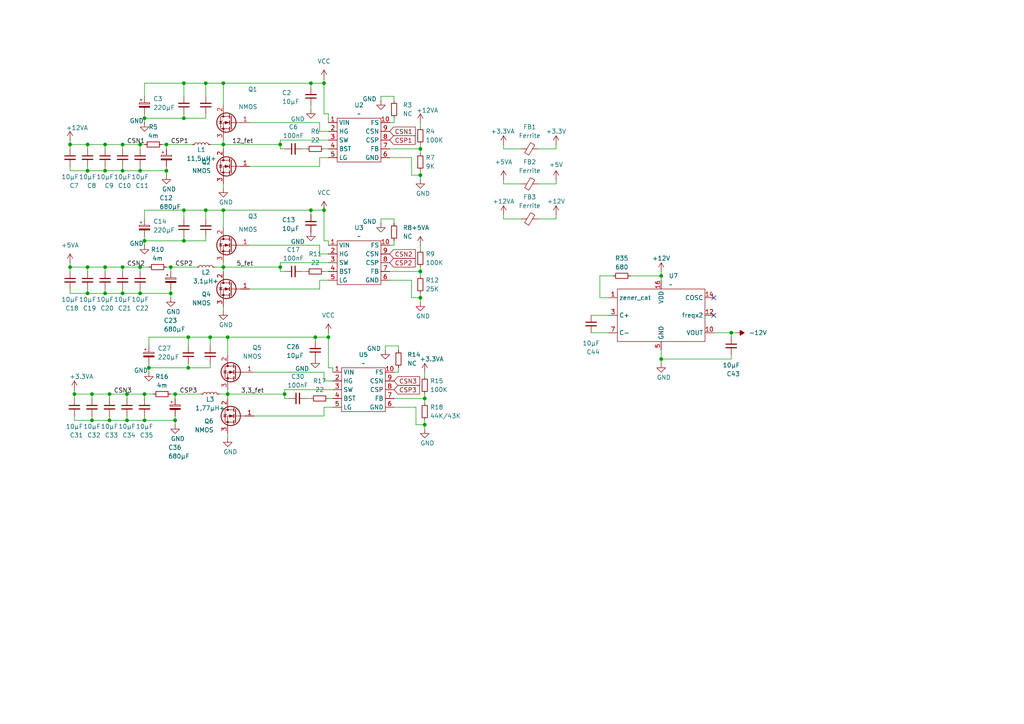
<source format=kicad_sch>
(kicad_sch (version 20231120) (generator "eeschema") (generator_version "8.0")
  (paper "A4")
  (lib_symbols
    (symbol "Device:C_Polarized_Small" (pin_numbers hide) (pin_names (offset 0.254) hide)
      (property "Reference" "C" (at 0.254 1.778 0))
      (property "Value" "C_Polarized_Small" (at 0.254 -2.032 0))
      (symbol "C_Polarized_Small_1_1"
        (pin passive line (at 0 2.54 270) (length 1.8542) (name "~") (number "1"))
        (pin passive line (at 0 -2.54 90) (length 1.8542) (name "~") (number "2"))
      )
    )
    (symbol "Device:C_Small" (pin_numbers hide) (pin_names (offset 0.254) hide)
      (property "Reference" "C" (at 0.254 1.778 0))
      (property "Value" "C_Small" (at 0.254 -2.032 0))
      (symbol "C_Small_1_1"
        (pin passive line (at 0 2.54 270) (length 2.032) (name "~") (number "1"))
        (pin passive line (at 0 -2.54 90) (length 2.032) (name "~") (number "2"))
      )
    )
    (symbol "Device:FerriteBead_Small" (pin_numbers hide) (pin_names (offset 0))
      (property "Reference" "FB" (at 1.905 1.27 0))
      (property "Value" "FerriteBead_Small" (at 1.905 -1.27 0))
      (symbol "FerriteBead_Small_1_1"
        (pin passive line (at 0 2.54 270) (length 1.27) (name "~") (number "1"))
        (pin passive line (at 0 -2.54 90) (length 1.27) (name "~") (number "2"))
      )
    )
    (symbol "Device:L_Small" (pin_numbers hide) (pin_names (offset 0.254) hide)
      (property "Reference" "L" (at 0.762 1.016 0))
      (property "Value" "L_Small" (at 0.762 -1.016 0))
      (symbol "L_Small_1_1"
        (pin passive line (at 0 2.54 270) (length 0.508) (name "~") (number "1"))
        (pin passive line (at 0 -2.54 90) (length 0.508) (name "~") (number "2"))
      )
    )
    (symbol "Device:Q_NMOS_GDS" (pin_names (offset 0) hide)
      (property "Reference" "Q" (at 5.08 1.27 0))
      (property "Value" "Q_NMOS_GDS" (at 5.08 -1.27 0))
      (symbol "Q_NMOS_GDS_1_1"
        (pin input line (at -5.08 0 0) (length 2.54) (name "G") (number "1"))
        (pin passive line (at 2.54 5.08 270) (length 2.54) (name "D") (number "2"))
        (pin passive line (at 2.54 -5.08 90) (length 2.54) (name "S") (number "3"))
      )
    )
    (symbol "Device:R_Small" (pin_numbers hide) (pin_names (offset 0.254) hide)
      (property "Reference" "R" (at 0.762 0.508 0))
      (property "Value" "R_Small" (at 0.762 -1.016 0))
      (symbol "R_Small_1_1"
        (pin passive line (at 0 2.54 270) (length 0.762) (name "~") (number "1"))
        (pin passive line (at 0 -2.54 90) (length 0.762) (name "~") (number "2"))
      )
    )
    (symbol "diy:NDP1415RB"
      (property "Reference" "U" (at 0 0 0))
      (symbol "NDP1415RB_1_1"
        (pin power_in line (at -8.89 5.08 0) (length 2.54) (name "VIN") (number "1"))
        (pin input line (at 8.89 5.08 180) (length 2.54) (name "FS") (number "10"))
        (pin output line (at -8.89 2.54 0) (length 2.54) (name "HG") (number "2"))
        (pin input line (at -8.89 0 0) (length 2.54) (name "SW") (number "3"))
        (pin input line (at -8.89 -2.54 0) (length 2.54) (name "BST") (number "4"))
        (pin output line (at -8.89 -5.08 0) (length 2.54) (name "LG") (number "5"))
        (pin power_in line (at 8.89 -5.08 180) (length 2.54) (name "GND") (number "6"))
        (pin input line (at 8.89 -2.54 180) (length 2.54) (name "FB") (number "7"))
        (pin input line (at 8.89 0 180) (length 2.54) (name "CSP") (number "8"))
        (pin input line (at 8.89 2.54 180) (length 2.54) (name "CSN") (number "9"))
      )
    )
    (symbol "diy:TC962COE713"
      (property "Reference" "U" (at 0 0 0))
      (symbol "TC962COE713_1_1"
        (pin input line (at -15.24 5.08 0) (length 2.54) (name "zener_cat") (number "1"))
        (pin input line (at 15.24 -5.08 180) (length 2.54) (name "VOUT") (number "10"))
        (pin input line (at 15.24 0 180) (length 2.54) (name "freqx2") (number "12"))
        (pin input line (at 15.24 5.08 180) (length 2.54) (name "COSC") (number "14"))
        (pin input line (at 0 10.16 270) (length 2.54) (name "VDD") (number "16"))
        (pin input line (at -15.24 0 0) (length 2.54) (name "C+") (number "3"))
        (pin input line (at 0 -10.16 90) (length 2.54) (name "GND") (number "5"))
        (pin input line (at -15.24 -5.08 0) (length 2.54) (name "C-") (number "7"))
      )
    )
    (symbol "power:+12V" (power) (pin_numbers hide) (pin_names (offset 0) hide)
      (property "Value" "+12V" (at 0 3.556 0))
      (symbol "+12V_1_1"
        (pin power_in line (at 0 0 90) (length 0) (name "~") (number "1"))
      )
    )
    (symbol "power:+12VA" (power) (pin_numbers hide) (pin_names (offset 0) hide)
      (property "Value" "+12VA" (at 0 3.556 0))
      (symbol "+12VA_1_1"
        (pin power_in line (at 0 0 90) (length 0) (name "~") (number "1"))
      )
    )
    (symbol "power:+3.3V" (power) (pin_numbers hide) (pin_names (offset 0) hide)
      (property "Value" "+3.3V" (at 0 3.556 0))
      (symbol "+3.3V_1_1"
        (pin power_in line (at 0 0 90) (length 0) (name "~") (number "1"))
      )
    )
    (symbol "power:+3.3VA" (power) (pin_numbers hide) (pin_names (offset 0) hide)
      (property "Value" "+3.3VA" (at 0 3.556 0))
      (symbol "+3.3VA_1_1"
        (pin power_in line (at 0 0 90) (length 0) (name "~") (number "1"))
      )
    )
    (symbol "power:+5V" (power) (pin_numbers hide) (pin_names (offset 0) hide)
      (property "Value" "+5V" (at 0 3.556 0))
      (symbol "+5V_1_1"
        (pin power_in line (at 0 0 90) (length 0) (name "~") (number "1"))
      )
    )
    (symbol "power:+5VA" (power) (pin_numbers hide) (pin_names (offset 0) hide)
      (property "Value" "+5VA" (at 0 3.556 0))
      (symbol "+5VA_1_1"
        (pin power_in line (at 0 0 90) (length 0) (name "~") (number "1"))
      )
    )
    (symbol "power:-12V" (power) (pin_numbers hide) (pin_names (offset 0) hide)
      (property "Value" "-12V" (at 0 3.556 0))
      (symbol "-12V_0_0"
        (pin power_in line (at 0 0 90) (length 0) (name "~") (number "1"))
      )
    )
    (symbol "power:GND" (power) (pin_numbers hide) (pin_names (offset 0) hide)
      (property "Value" "GND" (at 0 -3.81 0))
      (symbol "GND_1_1"
        (pin power_in line (at 0 0 270) (length 0) (name "~") (number "1"))
      )
    )
    (symbol "power:VCC" (power) (pin_numbers hide) (pin_names (offset 0) hide)
      (property "Value" "VCC" (at 0 3.556 0))
      (symbol "VCC_1_1"
        (pin power_in line (at 0 0 90) (length 0) (name "~") (number "1"))
      )
    )
  )
  (junction (at 20.32 77.47))
  (junction (at 54.61 97.79))
  (junction (at 64.77 24.13))
  (junction (at 36.83 121.92))
  (junction (at 53.34 34.29))
  (junction (at 53.34 60.96))
  (junction (at 95.25 97.79))
  (junction (at 26.67 121.92))
  (junction (at 64.77 60.96))
  (junction (at 121.92 43.18))
  (junction (at 25.4 49.53))
  (junction (at 35.56 77.47))
  (junction (at 59.69 60.96))
  (junction (at 25.4 85.09))
  (junction (at 31.75 114.3))
  (junction (at 191.77 80.01))
  (junction (at 82.55 114.3))
  (junction (at 93.98 24.13))
  (junction (at 49.53 77.47))
  (junction (at 48.26 41.91))
  (junction (at 43.18 106.68))
  (junction (at 31.75 121.92))
  (junction (at 121.92 78.74))
  (junction (at 90.17 60.96))
  (junction (at 30.48 41.91))
  (junction (at 40.64 41.91))
  (junction (at 41.91 114.3))
  (junction (at 40.64 77.47))
  (junction (at 26.67 114.3))
  (junction (at 50.8 121.92))
  (junction (at 123.19 115.57))
  (junction (at 123.19 123.19))
  (junction (at 81.28 41.91))
  (junction (at 53.34 24.13))
  (junction (at 36.83 114.3))
  (junction (at 25.4 41.91))
  (junction (at 59.69 24.13))
  (junction (at 25.4 77.47))
  (junction (at 93.98 60.96))
  (junction (at 64.77 77.47))
  (junction (at 21.59 114.3))
  (junction (at 212.09 96.52))
  (junction (at 66.04 97.79))
  (junction (at 40.64 85.09))
  (junction (at 66.04 114.3))
  (junction (at 49.53 85.09))
  (junction (at 121.92 50.8))
  (junction (at 81.28 77.47))
  (junction (at 50.8 114.3))
  (junction (at 90.17 24.13))
  (junction (at 35.56 49.53))
  (junction (at 40.64 49.53))
  (junction (at 20.32 41.91))
  (junction (at 30.48 85.09))
  (junction (at 60.96 97.79))
  (junction (at 54.61 106.68))
  (junction (at 41.91 69.85))
  (junction (at 121.92 86.36))
  (junction (at 64.77 41.91))
  (junction (at 35.56 41.91))
  (junction (at 30.48 77.47))
  (junction (at 48.26 49.53))
  (junction (at 53.34 69.85))
  (junction (at 91.44 97.79))
  (junction (at 35.56 85.09))
  (junction (at 41.91 121.92))
  (junction (at 191.77 104.14))
  (junction (at 30.48 49.53))
  (junction (at 41.91 34.29))
  (no_connect (at 207.01 86.36))
  (no_connect (at 207.01 91.44))
  (wire (pts (xy 95.25 115.57) (xy 96.52 115.57)))
  (wire (pts (xy 93.98 110.49) (xy 96.52 110.49)))
  (wire (pts (xy 120.65 118.11) (xy 120.65 123.19)))
  (wire (pts (xy 60.96 105.41) (xy 60.96 106.68)))
  (wire (pts (xy 81.28 76.2) (xy 95.25 76.2)))
  (wire (pts (xy 59.69 60.96) (xy 64.77 60.96)))
  (wire (pts (xy 121.92 49.53) (xy 121.92 50.8)))
  (wire (pts (xy 64.77 88.9) (xy 64.77 90.17)))
  (wire (pts (xy 25.4 83.82) (xy 25.4 85.09)))
  (wire (pts (xy 21.59 114.3) (xy 26.67 114.3)))
  (wire (pts (xy 59.69 24.13) (xy 59.69 27.94)))
  (wire (pts (xy 63.5 114.3) (xy 66.04 114.3)))
  (wire (pts (xy 113.03 45.72) (xy 119.38 45.72)))
  (wire (pts (xy 113.03 81.28) (xy 119.38 81.28)))
  (wire (pts (xy 36.83 120.65) (xy 36.83 121.92)))
  (wire (pts (xy 43.18 105.41) (xy 43.18 106.68)))
  (wire (pts (xy 82.55 113.03) (xy 96.52 113.03)))
  (wire (pts (xy 212.09 102.87) (xy 212.09 104.14)))
  (wire (pts (xy 35.56 77.47) (xy 35.56 78.74)))
  (wire (pts (xy 48.26 41.91) (xy 48.26 43.18)))
  (wire (pts (xy 173.99 86.36) (xy 176.53 86.36)))
  (wire (pts (xy 114.3 63.5) (xy 114.3 64.77)))
  (wire (pts (xy 30.48 49.53) (xy 35.56 49.53)))
  (wire (pts (xy 20.32 85.09) (xy 25.4 85.09)))
  (wire (pts (xy 64.77 77.47) (xy 81.28 77.47)))
  (wire (pts (xy 87.63 43.18) (xy 88.9 43.18)))
  (wire (pts (xy 41.91 69.85) (xy 41.91 71.12)))
  (wire (pts (xy 161.29 52.07) (xy 161.29 53.34)))
  (wire (pts (xy 90.17 24.13) (xy 90.17 25.4)))
  (wire (pts (xy 121.92 85.09) (xy 121.92 86.36)))
  (wire (pts (xy 92.71 35.56) (xy 92.71 38.1)))
  (wire (pts (xy 31.75 120.65) (xy 31.75 121.92)))
  (wire (pts (xy 31.75 114.3) (xy 36.83 114.3)))
  (wire (pts (xy 81.28 40.64) (xy 95.25 40.64)))
  (wire (pts (xy 191.77 104.14) (xy 191.77 101.6)))
  (wire (pts (xy 35.56 77.47) (xy 40.64 77.47)))
  (wire (pts (xy 20.32 48.26) (xy 20.32 49.53)))
  (wire (pts (xy 123.19 114.3) (xy 123.19 115.57)))
  (wire (pts (xy 92.71 71.12) (xy 92.71 73.66)))
  (wire (pts (xy 90.17 60.96) (xy 93.98 60.96)))
  (wire (pts (xy 212.09 96.52) (xy 212.09 97.79)))
  (wire (pts (xy 146.05 43.18) (xy 151.13 43.18)))
  (wire (pts (xy 93.98 69.85) (xy 95.25 69.85)))
  (wire (pts (xy 26.67 114.3) (xy 31.75 114.3)))
  (wire (pts (xy 93.98 118.11) (xy 93.98 120.65)))
  (wire (pts (xy 59.69 33.02) (xy 59.69 34.29)))
  (wire (pts (xy 43.18 97.79) (xy 43.18 100.33)))
  (wire (pts (xy 64.77 24.13) (xy 64.77 30.48)))
  (wire (pts (xy 66.04 114.3) (xy 82.55 114.3)))
  (wire (pts (xy 95.25 97.79) (xy 95.25 106.68)))
  (wire (pts (xy 46.99 41.91) (xy 48.26 41.91)))
  (wire (pts (xy 60.96 97.79) (xy 60.96 100.33)))
  (wire (pts (xy 93.98 24.13) (xy 93.98 33.02)))
  (wire (pts (xy 66.04 113.03) (xy 66.04 114.3)))
  (wire (pts (xy 156.21 53.34) (xy 161.29 53.34)))
  (wire (pts (xy 82.55 114.3) (xy 82.55 115.57)))
  (wire (pts (xy 20.32 49.53) (xy 25.4 49.53)))
  (wire (pts (xy 50.8 120.65) (xy 50.8 121.92)))
  (wire (pts (xy 123.19 115.57) (xy 123.19 116.84)))
  (wire (pts (xy 92.71 81.28) (xy 95.25 81.28)))
  (wire (pts (xy 30.48 77.47) (xy 30.48 78.74)))
  (wire (pts (xy 146.05 63.5) (xy 151.13 63.5)))
  (wire (pts (xy 191.77 104.14) (xy 212.09 104.14)))
  (wire (pts (xy 146.05 52.07) (xy 146.05 53.34)))
  (wire (pts (xy 20.32 41.91) (xy 25.4 41.91)))
  (wire (pts (xy 121.92 78.74) (xy 121.92 80.01)))
  (wire (pts (xy 21.59 120.65) (xy 21.59 121.92)))
  (wire (pts (xy 93.98 78.74) (xy 95.25 78.74)))
  (wire (pts (xy 191.77 105.41) (xy 191.77 104.14)))
  (wire (pts (xy 161.29 41.91) (xy 161.29 43.18)))
  (wire (pts (xy 115.57 100.33) (xy 115.57 101.6)))
  (wire (pts (xy 93.98 59.69) (xy 93.98 60.96)))
  (wire (pts (xy 93.98 60.96) (xy 93.98 69.85)))
  (wire (pts (xy 53.34 60.96) (xy 59.69 60.96)))
  (wire (pts (xy 207.01 96.52) (xy 212.09 96.52)))
  (wire (pts (xy 81.28 41.91) (xy 81.28 43.18)))
  (wire (pts (xy 114.3 118.11) (xy 120.65 118.11)))
  (wire (pts (xy 66.04 125.73) (xy 66.04 127)))
  (wire (pts (xy 41.91 24.13) (xy 53.34 24.13)))
  (wire (pts (xy 30.48 41.91) (xy 30.48 43.18)))
  (wire (pts (xy 121.92 35.56) (xy 121.92 36.83)))
  (wire (pts (xy 66.04 114.3) (xy 66.04 115.57)))
  (wire (pts (xy 35.56 41.91) (xy 35.56 43.18)))
  (wire (pts (xy 40.64 41.91) (xy 41.91 41.91)))
  (wire (pts (xy 41.91 120.65) (xy 41.91 121.92)))
  (wire (pts (xy 60.96 41.91) (xy 64.77 41.91)))
  (wire (pts (xy 36.83 114.3) (xy 41.91 114.3)))
  (wire (pts (xy 191.77 80.01) (xy 191.77 81.28)))
  (wire (pts (xy 119.38 50.8) (xy 121.92 50.8)))
  (wire (pts (xy 119.38 81.28) (xy 119.38 86.36)))
  (wire (pts (xy 73.66 107.95) (xy 93.98 107.95)))
  (wire (pts (xy 21.59 113.03) (xy 21.59 114.3)))
  (wire (pts (xy 113.03 43.18) (xy 121.92 43.18)))
  (wire (pts (xy 64.77 53.34) (xy 64.77 54.61)))
  (wire (pts (xy 36.83 121.92) (xy 41.91 121.92)))
  (wire (pts (xy 26.67 120.65) (xy 26.67 121.92)))
  (wire (pts (xy 66.04 97.79) (xy 91.44 97.79)))
  (wire (pts (xy 121.92 77.47) (xy 121.92 78.74)))
  (wire (pts (xy 92.71 45.72) (xy 95.25 45.72)))
  (wire (pts (xy 96.52 106.68) (xy 96.52 107.95)))
  (wire (pts (xy 93.98 118.11) (xy 96.52 118.11)))
  (wire (pts (xy 26.67 121.92) (xy 31.75 121.92)))
  (wire (pts (xy 41.91 121.92) (xy 50.8 121.92)))
  (wire (pts (xy 111.76 100.33) (xy 115.57 100.33)))
  (wire (pts (xy 91.44 97.79) (xy 95.25 97.79)))
  (wire (pts (xy 53.34 60.96) (xy 53.34 63.5)))
  (wire (pts (xy 88.9 115.57) (xy 90.17 115.57)))
  (wire (pts (xy 114.3 27.94) (xy 114.3 29.21)))
  (wire (pts (xy 20.32 83.82) (xy 20.32 85.09)))
  (wire (pts (xy 64.77 41.91) (xy 64.77 43.18)))
  (wire (pts (xy 43.18 106.68) (xy 54.61 106.68)))
  (wire (pts (xy 59.69 68.58) (xy 59.69 69.85)))
  (wire (pts (xy 20.32 41.91) (xy 20.32 43.18)))
  (wire (pts (xy 20.32 40.64) (xy 20.32 41.91)))
  (wire (pts (xy 123.19 121.92) (xy 123.19 123.19)))
  (wire (pts (xy 92.71 45.72) (xy 92.71 48.26)))
  (wire (pts (xy 54.61 106.68) (xy 60.96 106.68)))
  (wire (pts (xy 119.38 86.36) (xy 121.92 86.36)))
  (wire (pts (xy 53.34 69.85) (xy 59.69 69.85)))
  (wire (pts (xy 93.98 43.18) (xy 95.25 43.18)))
  (wire (pts (xy 40.64 77.47) (xy 40.64 78.74)))
  (wire (pts (xy 81.28 77.47) (xy 81.28 78.74)))
  (wire (pts (xy 93.98 33.02) (xy 95.25 33.02)))
  (wire (pts (xy 54.61 105.41) (xy 54.61 106.68)))
  (wire (pts (xy 93.98 22.86) (xy 93.98 24.13)))
  (wire (pts (xy 92.71 73.66) (xy 95.25 73.66)))
  (wire (pts (xy 110.49 27.94) (xy 114.3 27.94)))
  (wire (pts (xy 66.04 97.79) (xy 66.04 102.87)))
  (wire (pts (xy 121.92 71.12) (xy 121.92 72.39)))
  (wire (pts (xy 182.88 80.01) (xy 191.77 80.01)))
  (wire (pts (xy 40.64 48.26) (xy 40.64 49.53)))
  (wire (pts (xy 48.26 49.53) (xy 48.26 50.8)))
  (wire (pts (xy 73.66 120.65) (xy 93.98 120.65)))
  (wire (pts (xy 92.71 81.28) (xy 92.71 83.82)))
  (wire (pts (xy 110.49 63.5) (xy 110.49 64.77)))
  (wire (pts (xy 30.48 77.47) (xy 35.56 77.47)))
  (wire (pts (xy 171.45 96.52) (xy 176.53 96.52)))
  (wire (pts (xy 64.77 76.2) (xy 64.77 77.47)))
  (wire (pts (xy 146.05 62.23) (xy 146.05 63.5)))
  (wire (pts (xy 123.19 107.95) (xy 123.19 109.22)))
  (wire (pts (xy 40.64 49.53) (xy 48.26 49.53)))
  (wire (pts (xy 50.8 114.3) (xy 58.42 114.3)))
  (wire (pts (xy 36.83 114.3) (xy 36.83 115.57)))
  (wire (pts (xy 20.32 77.47) (xy 20.32 78.74)))
  (wire (pts (xy 49.53 114.3) (xy 50.8 114.3)))
  (wire (pts (xy 90.17 60.96) (xy 90.17 62.23)))
  (wire (pts (xy 81.28 78.74) (xy 82.55 78.74)))
  (wire (pts (xy 113.03 35.56) (xy 114.3 35.56)))
  (wire (pts (xy 91.44 97.79) (xy 91.44 99.06)))
  (wire (pts (xy 72.39 48.26) (xy 92.71 48.26)))
  (wire (pts (xy 213.36 96.52) (xy 212.09 96.52)))
  (wire (pts (xy 35.56 85.09) (xy 40.64 85.09)))
  (wire (pts (xy 90.17 31.75) (xy 90.17 30.48)))
  (wire (pts (xy 113.03 78.74) (xy 121.92 78.74)))
  (wire (pts (xy 191.77 78.74) (xy 191.77 80.01)))
  (wire (pts (xy 64.77 41.91) (xy 81.28 41.91)))
  (wire (pts (xy 21.59 121.92) (xy 26.67 121.92)))
  (wire (pts (xy 50.8 114.3) (xy 50.8 115.57)))
  (wire (pts (xy 25.4 77.47) (xy 25.4 78.74)))
  (wire (pts (xy 25.4 41.91) (xy 30.48 41.91)))
  (wire (pts (xy 64.77 60.96) (xy 64.77 66.04)))
  (wire (pts (xy 41.91 34.29) (xy 41.91 35.56)))
  (wire (pts (xy 41.91 24.13) (xy 41.91 27.94)))
  (wire (pts (xy 49.53 77.47) (xy 49.53 78.74)))
  (wire (pts (xy 72.39 71.12) (xy 92.71 71.12)))
  (wire (pts (xy 40.64 85.09) (xy 49.53 85.09)))
  (wire (pts (xy 30.48 41.91) (xy 35.56 41.91)))
  (wire (pts (xy 173.99 80.01) (xy 177.8 80.01)))
  (wire (pts (xy 31.75 121.92) (xy 36.83 121.92)))
  (wire (pts (xy 161.29 62.23) (xy 161.29 63.5)))
  (wire (pts (xy 82.55 113.03) (xy 82.55 114.3)))
  (wire (pts (xy 20.32 76.2) (xy 20.32 77.47)))
  (wire (pts (xy 50.8 121.92) (xy 50.8 123.19)))
  (wire (pts (xy 49.53 77.47) (xy 57.15 77.47)))
  (wire (pts (xy 81.28 40.64) (xy 81.28 41.91)))
  (wire (pts (xy 41.91 114.3) (xy 44.45 114.3)))
  (wire (pts (xy 114.3 34.29) (xy 114.3 35.56)))
  (wire (pts (xy 41.91 33.02) (xy 41.91 34.29)))
  (wire (pts (xy 53.34 33.02) (xy 53.34 34.29)))
  (wire (pts (xy 41.91 60.96) (xy 53.34 60.96)))
  (wire (pts (xy 43.18 97.79) (xy 54.61 97.79)))
  (wire (pts (xy 120.65 123.19) (xy 123.19 123.19)))
  (wire (pts (xy 25.4 85.09) (xy 30.48 85.09)))
  (wire (pts (xy 64.77 40.64) (xy 64.77 41.91)))
  (wire (pts (xy 25.4 48.26) (xy 25.4 49.53)))
  (wire (pts (xy 64.77 24.13) (xy 90.17 24.13)))
  (wire (pts (xy 41.91 114.3) (xy 41.91 115.57)))
  (wire (pts (xy 72.39 83.82) (xy 92.71 83.82)))
  (wire (pts (xy 114.3 69.85) (xy 114.3 71.12)))
  (wire (pts (xy 64.77 77.47) (xy 64.77 78.74)))
  (wire (pts (xy 119.38 45.72) (xy 119.38 50.8)))
  (wire (pts (xy 48.26 48.26) (xy 48.26 49.53)))
  (wire (pts (xy 49.53 85.09) (xy 49.53 86.36)))
  (wire (pts (xy 35.56 83.82) (xy 35.56 85.09)))
  (wire (pts (xy 20.32 77.47) (xy 25.4 77.47)))
  (wire (pts (xy 90.17 24.13) (xy 93.98 24.13)))
  (wire (pts (xy 60.96 97.79) (xy 66.04 97.79)))
  (wire (pts (xy 121.92 41.91) (xy 121.92 43.18)))
  (wire (pts (xy 110.49 63.5) (xy 114.3 63.5)))
  (wire (pts (xy 81.28 76.2) (xy 81.28 77.47)))
  (wire (pts (xy 25.4 41.91) (xy 25.4 43.18)))
  (wire (pts (xy 53.34 68.58) (xy 53.34 69.85)))
  (wire (pts (xy 146.05 41.91) (xy 146.05 43.18)))
  (wire (pts (xy 62.23 77.47) (xy 64.77 77.47)))
  (wire (pts (xy 95.25 106.68) (xy 96.52 106.68)))
  (wire (pts (xy 72.39 35.56) (xy 92.71 35.56)))
  (wire (pts (xy 53.34 24.13) (xy 53.34 27.94)))
  (wire (pts (xy 30.48 85.09) (xy 35.56 85.09)))
  (wire (pts (xy 53.34 34.29) (xy 59.69 34.29)))
  (wire (pts (xy 121.92 43.18) (xy 121.92 44.45)))
  (wire (pts (xy 31.75 114.3) (xy 31.75 115.57)))
  (wire (pts (xy 48.26 77.47) (xy 49.53 77.47)))
  (wire (pts (xy 82.55 115.57) (xy 83.82 115.57)))
  (wire (pts (xy 40.64 77.47) (xy 43.18 77.47)))
  (wire (pts (xy 111.76 100.33) (xy 111.76 101.6)))
  (wire (pts (xy 81.28 43.18) (xy 82.55 43.18)))
  (wire (pts (xy 173.99 80.01) (xy 173.99 86.36)))
  (wire (pts (xy 54.61 97.79) (xy 60.96 97.79)))
  (wire (pts (xy 95.25 33.02) (xy 95.25 35.56)))
  (wire (pts (xy 41.91 34.29) (xy 53.34 34.29)))
  (wire (pts (xy 93.98 107.95) (xy 93.98 110.49)))
  (wire (pts (xy 35.56 48.26) (xy 35.56 49.53)))
  (wire (pts (xy 40.64 41.91) (xy 40.64 43.18)))
  (wire (pts (xy 41.91 60.96) (xy 41.91 63.5)))
  (wire (pts (xy 41.91 69.85) (xy 53.34 69.85)))
  (wire (pts (xy 25.4 77.47) (xy 30.48 77.47)))
  (wire (pts (xy 48.26 41.91) (xy 55.88 41.91)))
  (wire (pts (xy 35.56 49.53) (xy 40.64 49.53)))
  (wire (pts (xy 171.45 91.44) (xy 176.53 91.44)))
  (wire (pts (xy 121.92 86.36) (xy 121.92 87.63)))
  (wire (pts (xy 59.69 60.96) (xy 59.69 63.5)))
  (wire (pts (xy 156.21 43.18) (xy 161.29 43.18)))
  (wire (pts (xy 21.59 114.3) (xy 21.59 115.57)))
  (wire (pts (xy 115.57 106.68) (xy 115.57 107.95)))
  (wire (pts (xy 121.92 50.8) (xy 121.92 52.07)))
  (wire (pts (xy 59.69 24.13) (xy 64.77 24.13)))
  (wire (pts (xy 30.48 83.82) (xy 30.48 85.09)))
  (wire (pts (xy 43.18 106.68) (xy 43.18 107.95)))
  (wire (pts (xy 30.48 48.26) (xy 30.48 49.53)))
  (wire (pts (xy 40.64 83.82) (xy 40.64 85.09)))
  (wire (pts (xy 114.3 107.95) (xy 115.57 107.95)))
  (wire (pts (xy 35.56 41.91) (xy 40.64 41.91)))
  (wire (pts (xy 64.77 60.96) (xy 90.17 60.96)))
  (wire (pts (xy 53.34 24.13) (xy 59.69 24.13)))
  (wire (pts (xy 146.05 53.34) (xy 151.13 53.34)))
  (wire (pts (xy 92.71 38.1) (xy 95.25 38.1)))
  (wire (pts (xy 156.21 63.5) (xy 161.29 63.5)))
  (wire (pts (xy 110.49 27.94) (xy 110.49 29.21)))
  (wire (pts (xy 26.67 114.3) (xy 26.67 115.57)))
  (wire (pts (xy 54.61 97.79) (xy 54.61 100.33)))
  (wire (pts (xy 95.25 96.52) (xy 95.25 97.79)))
  (wire (pts (xy 113.03 71.12) (xy 114.3 71.12)))
  (wire (pts (xy 95.25 69.85) (xy 95.25 71.12)))
  (wire (pts (xy 49.53 83.82) (xy 49.53 85.09)))
  (wire (pts (xy 114.3 115.57) (xy 123.19 115.57)))
  (wire (pts (xy 87.63 78.74) (xy 88.9 78.74)))
  (wire (pts (xy 123.19 123.19) (xy 123.19 124.46)))
  (wire (pts (xy 41.91 68.58) (xy 41.91 69.85)))
  (wire (pts (xy 25.4 49.53) (xy 30.48 49.53)))
  (label "CSN1" (at 36.83 41.91 0))
  (label "CSP3" (at 52.07 114.3 0))
  (label "CSP2" (at 50.8 77.47 0))
  (label "CSP1" (at 49.53 41.91 0))
  (label "3,3_fet" (at 69.85 114.3 0))
  (label "CSN2" (at 36.83 77.47 0))
  (label "5_fet" (at 68.58 77.47 0))
  (label "CSN3" (at 33.02 114.3 0))
  (label "12_fet" (at 67.31 41.91 0))
  (global_label "CSP1" (shape input) (at 113.03 40.64 0) (property "Intersheetrefs" "${INTERSHEET_REFS}" (effects (hide yes))))
  (global_label "CSN1" (shape input) (at 113.03 38.1 0) (property "Intersheetrefs" "${INTERSHEET_REFS}" (effects (hide yes))))
  (global_label "CSN3" (shape input) (at 114.3 110.49 0) (property "Intersheetrefs" "${INTERSHEET_REFS}" (effects (hide yes))))
  (global_label "CSN2" (shape input) (at 113.03 73.66 0) (property "Intersheetrefs" "${INTERSHEET_REFS}" (effects (hide yes))))
  (global_label "CSP3" (shape input) (at 114.3 113.03 0) (property "Intersheetrefs" "${INTERSHEET_REFS}" (effects (hide yes))))
  (global_label "CSP2" (shape input) (at 113.03 76.2 0) (property "Intersheetrefs" "${INTERSHEET_REFS}" (effects (hide yes))))
  (symbol (lib_id "power:GND") (at 110.49 29.21 0) (unit 1)
    (property "Reference" "#PWR08" (effects (hide yes)))
    (property "Value" "GND" (at 107.188 28.702 0))
    (property "Description" "Power symbol creates a global label with name \"GND\" , ground" (effects (hide yes)))
  )
  (symbol (lib_id "Device:C_Small") (at 59.69 66.04 180) (unit 1)
    (property "Reference" "C16" (effects (hide yes)))
    (property "Value" "4,7µF" (effects (hide yes)))
    (property "Footprint" "Capacitor_SMD:C_0805_2012Metric" (effects (hide yes)))
    (property "Description" "Unpolarized capacitor, small symbol" (effects (hide yes)))
  )
  (symbol (lib_id "power:GND") (at 110.49 64.77 0) (unit 1)
    (property "Reference" "#PWR018" (effects (hide yes)))
    (property "Value" "GND" (at 107.188 64.262 0))
    (property "Description" "Power symbol creates a global label with name \"GND\" , ground" (effects (hide yes)))
  )
  (symbol (lib_id "Device:Q_NMOS_GDS") (at 67.31 71.12 0) (mirror y) (unit 1)
    (property "Reference" "Q3" (at 74.676 62.738 0) (effects (justify left)))
    (property "Value" "NMOS" (at 74.676 66.548 0) (effects (justify left)))
    (property "Footprint" "Package_TO_SOT_SMD:TO-252-2" (effects (hide yes)))
    (property "Description" "N-MOSFET transistor, gate/drain/source" (effects (hide yes)))
  )
  (symbol (lib_id "power:GND") (at 91.44 104.14 0) (unit 1)
    (property "Reference" "#PWR053" (effects (hide yes)))
    (property "Value" "GND" (at 87.63 106.934 0))
    (property "Description" "Power symbol creates a global label with name \"GND\" , ground" (effects (hide yes)))
  )
  (symbol (lib_id "Device:R_Small") (at 121.92 39.37 180) (unit 1)
    (property "Reference" "R4" (at 123.444 38.1 0) (effects (justify right)))
    (property "Value" "100K" (at 123.444 40.64 0) (effects (justify right)))
    (property "Footprint" "Resistor_SMD:R_0402_1005Metric" (effects (hide yes)))
    (property "Description" "Resistor, small symbol" (effects (hide yes)))
  )
  (symbol (lib_id "power:GND") (at 64.77 90.17 0) (unit 1)
    (property "Reference" "#PWR049" (effects (hide yes)))
    (property "Value" "GND" (at 65.532 94.234 0))
    (property "Description" "Power symbol creates a global label with name \"GND\" , ground" (effects (hide yes)))
  )
  (symbol (lib_id "Device:C_Small") (at 59.69 30.48 180) (unit 1)
    (property "Reference" "C5" (effects (hide yes)))
    (property "Value" "4,7µF" (effects (hide yes)))
    (property "Footprint" "Capacitor_SMD:C_0805_2012Metric" (effects (hide yes)))
    (property "Description" "Unpolarized capacitor, small symbol" (effects (hide yes)))
  )
  (symbol (lib_id "Device:C_Small") (at 85.09 78.74 90) (unit 1)
    (property "Reference" "C17" (at 85.0963 72.39 90))
    (property "Value" "100nF" (at 85.0963 74.93 90))
    (property "Footprint" "Capacitor_SMD:C_0402_1005Metric" (effects (hide yes)))
    (property "Description" "Unpolarized capacitor, small symbol" (effects (hide yes)))
  )
  (symbol (lib_id "Device:C_Small") (at 212.09 100.33 0) (unit 1)
    (property "Reference" "C43" (at 214.63 108.458 0) (effects (justify right)))
    (property "Value" "10µF" (at 214.63 105.918 0) (effects (justify right)))
    (property "Footprint" "Capacitor_SMD:C_0805_2012Metric" (effects (hide yes)))
    (property "Description" "Unpolarized capacitor, small symbol" (effects (hide yes)))
  )
  (symbol (lib_id "Device:FerriteBead_Small") (at 153.67 63.5 90) (unit 1)
    (property "Reference" "FB3" (at 153.6319 57.15 90))
    (property "Value" "Ferrite" (at 153.6319 59.69 90))
    (property "Footprint" "diy:BPH853025R5-101T" (effects (hide yes)))
    (property "Description" "Ferrite bead, small symbol" (effects (hide yes)))
  )
  (symbol (lib_id "Device:C_Small") (at 25.4 45.72 0) (unit 1)
    (property "Reference" "C8" (at 27.94 53.848 0) (effects (justify right)))
    (property "Value" "10µF" (at 27.94 51.308 0) (effects (justify right)))
    (property "Footprint" "Capacitor_SMD:C_0805_2012Metric" (effects (hide yes)))
    (property "Description" "Unpolarized capacitor, small symbol" (effects (hide yes)))
  )
  (symbol (lib_id "diy:NDP1415RB") (at 104.14 76.2 0) (unit 1)
    (property "Reference" "U3" (at 104.14 66.04 0))
    (property "Value" "~" (at 104.14 68.58 0))
    (property "Footprint" "Package_SO:SOIC-10_3.9x4.9mm_P1mm" (effects (hide yes)))
  )
  (symbol (lib_id "Device:R_Small") (at 180.34 80.01 90) (unit 1)
    (property "Reference" "R35" (at 180.34 74.93 90))
    (property "Value" "680" (at 180.34 77.47 90))
    (property "Footprint" "Resistor_SMD:R_0402_1005Metric" (effects (hide yes)))
    (property "Description" "Resistor, small symbol" (effects (hide yes)))
  )
  (symbol (lib_id "Device:C_Small") (at 21.59 118.11 0) (unit 1)
    (property "Reference" "C31" (at 24.13 126.238 0) (effects (justify right)))
    (property "Value" "10µF" (at 24.13 123.698 0) (effects (justify right)))
    (property "Footprint" "Capacitor_SMD:C_0805_2012Metric" (effects (hide yes)))
    (property "Description" "Unpolarized capacitor, small symbol" (effects (hide yes)))
  )
  (symbol (lib_id "power:GND") (at 90.17 67.31 0) (unit 1)
    (property "Reference" "#PWR020" (effects (hide yes)))
    (property "Value" "GND" (at 86.36 70.104 0))
    (property "Description" "Power symbol creates a global label with name \"GND\" , ground" (effects (hide yes)))
  )
  (symbol (lib_id "power:+12V") (at 161.29 62.23 0) (unit 1)
    (property "Reference" "#PWR066" (effects (hide yes)))
    (property "Value" "+12V" (at 161.29 58.42 0))
    (property "Description" "Power symbol creates a global label with name \"+12V\"" (effects (hide yes)))
  )
  (symbol (lib_id "power:GND") (at 50.8 123.19 0) (unit 1)
    (property "Reference" "#PWR067" (effects (hide yes)))
    (property "Value" "GND" (at 51.562 127.254 0))
    (property "Description" "Power symbol creates a global label with name \"GND\" , ground" (effects (hide yes)))
  )
  (symbol (lib_id "power:VCC") (at 93.98 60.96 0) (unit 1)
    (property "Reference" "#PWR017" (effects (hide yes)))
    (property "Value" "VCC" (at 93.98 55.88 0))
    (property "Description" "Power symbol creates a global label with name \"VCC\"" (effects (hide yes)))
  )
  (symbol (lib_id "Device:C_Polarized_Small") (at 50.8 118.11 0) (unit 1)
    (property "Reference" "C36" (at 48.768 129.794 0) (effects (justify left)))
    (property "Value" "680µF" (at 48.768 132.334 0) (effects (justify left)))
    (property "Footprint" "Capacitor_SMD:CP_Elec_10x10" (effects (hide yes)))
    (property "Description" "Polarized capacitor, small symbol" (effects (hide yes)))
  )
  (symbol (lib_id "Device:C_Small") (at 35.56 45.72 0) (unit 1)
    (property "Reference" "C10" (at 38.1 53.848 0) (effects (justify right)))
    (property "Value" "10µF" (at 38.1 51.308 0) (effects (justify right)))
    (property "Footprint" "Capacitor_SMD:C_0805_2012Metric" (effects (hide yes)))
    (property "Description" "Unpolarized capacitor, small symbol" (effects (hide yes)))
  )
  (symbol (lib_id "Device:C_Small") (at 86.36 115.57 90) (unit 1)
    (property "Reference" "C30" (at 86.3663 109.22 90))
    (property "Value" "100nF" (at 86.3663 111.76 90))
    (property "Footprint" "Capacitor_SMD:C_0402_1005Metric" (effects (hide yes)))
    (property "Description" "Unpolarized capacitor, small symbol" (effects (hide yes)))
  )
  (symbol (lib_id "power:GND") (at 123.19 124.46 0) (unit 1)
    (property "Reference" "#PWR068" (effects (hide yes)))
    (property "Value" "GND" (at 123.952 128.524 0))
    (property "Description" "Power symbol creates a global label with name \"GND\" , ground" (effects (hide yes)))
  )
  (symbol (lib_id "power:GND") (at 49.53 86.36 0) (unit 1)
    (property "Reference" "#PWR047" (effects (hide yes)))
    (property "Value" "GND" (at 50.292 90.424 0))
    (property "Description" "Power symbol creates a global label with name \"GND\" , ground" (effects (hide yes)))
  )
  (symbol (lib_id "Device:C_Small") (at 40.64 45.72 0) (unit 1)
    (property "Reference" "C11" (at 43.18 53.848 0) (effects (justify right)))
    (property "Value" "10µF" (at 43.18 51.308 0) (effects (justify right)))
    (property "Footprint" "Capacitor_SMD:C_0805_2012Metric" (effects (hide yes)))
    (property "Description" "Unpolarized capacitor, small symbol" (effects (hide yes)))
  )
  (symbol (lib_id "power:GND") (at 191.77 105.41 0) (unit 1)
    (property "Reference" "#PWR095" (effects (hide yes)))
    (property "Value" "GND" (at 192.532 109.474 0))
    (property "Description" "Power symbol creates a global label with name \"GND\" , ground" (effects (hide yes)))
  )
  (symbol (lib_id "Device:L_Small") (at 59.69 77.47 90) (unit 1)
    (property "Reference" "L2" (at 59.69 78.994 90))
    (property "Value" "3,1µH+" (at 59.69 81.534 90))
    (property "Footprint" "Inductor_SMD:L_TaiTech_TMPC1265_13.5x12.5mm" (effects (hide yes)))
    (property "Description" "Inductor, small symbol" (effects (hide yes)))
  )
  (symbol (lib_id "power:+5VA") (at 146.05 52.07 0) (unit 1)
    (property "Reference" "#PWR055" (effects (hide yes)))
    (property "Value" "+5VA" (at 146.05 46.99 0))
    (property "Description" "Power symbol creates a global label with name \"+5VA\"" (effects (hide yes)))
  )
  (symbol (lib_id "power:+3.3V") (at 161.29 41.91 0) (unit 1)
    (property "Reference" "#PWR019" (effects (hide yes)))
    (property "Value" "+3.3V" (at 161.29 38.1 0))
    (property "Description" "Power symbol creates a global label with name \"+3.3V\"" (effects (hide yes)))
  )
  (symbol (lib_id "Device:C_Small") (at 31.75 118.11 0) (unit 1)
    (property "Reference" "C33" (at 34.29 126.238 0) (effects (justify right)))
    (property "Value" "10µF" (at 34.29 123.698 0) (effects (justify right)))
    (property "Footprint" "Capacitor_SMD:C_0805_2012Metric" (effects (hide yes)))
    (property "Description" "Unpolarized capacitor, small symbol" (effects (hide yes)))
  )
  (symbol (lib_id "Device:C_Small") (at 90.17 27.94 180) (unit 1)
    (property "Reference" "C2" (at 81.788 26.924 0) (effects (justify right)))
    (property "Value" "10µF" (at 81.788 29.464 0) (effects (justify right)))
    (property "Footprint" "Capacitor_SMD:C_0805_2012Metric" (effects (hide yes)))
    (property "Description" "Unpolarized capacitor, small symbol" (effects (hide yes)))
  )
  (symbol (lib_id "power:+12V") (at 191.77 78.74 0) (unit 1)
    (property "Reference" "#PWR094" (effects (hide yes)))
    (property "Value" "+12V" (at 191.77 74.93 0))
    (property "Description" "Power symbol creates a global label with name \"+12V\"" (effects (hide yes)))
  )
  (symbol (lib_id "Device:C_Polarized_Small") (at 48.26 45.72 0) (unit 1)
    (property "Reference" "C12" (at 46.228 57.404 0) (effects (justify left)))
    (property "Value" "680µF" (at 46.228 59.944 0) (effects (justify left)))
    (property "Footprint" "Capacitor_SMD:CP_Elec_10x10" (effects (hide yes)))
    (property "Description" "Polarized capacitor, small symbol" (effects (hide yes)))
  )
  (symbol (lib_id "Device:C_Small") (at 35.56 81.28 0) (unit 1)
    (property "Reference" "C21" (at 38.1 89.408 0) (effects (justify right)))
    (property "Value" "10µF" (at 38.1 86.868 0) (effects (justify right)))
    (property "Footprint" "Capacitor_SMD:C_0805_2012Metric" (effects (hide yes)))
    (property "Description" "Unpolarized capacitor, small symbol" (effects (hide yes)))
  )
  (symbol (lib_id "Device:C_Polarized_Small") (at 43.18 102.87 0) (unit 1)
    (property "Reference" "C27" (at 45.72 101.0538 0) (effects (justify left)))
    (property "Value" "220µF" (at 45.72 103.5938 0) (effects (justify left)))
    (property "Footprint" "Capacitor_SMD:CP_Elec_10x10" (effects (hide yes)))
    (property "Description" "Polarized capacitor, small symbol" (effects (hide yes)))
  )
  (symbol (lib_id "power:-12V") (at 213.36 96.52 270) (unit 1)
    (property "Reference" "#PWR096" (effects (hide yes)))
    (property "Value" "-12V" (at 217.17 96.5199 90) (effects (justify left)))
    (property "Description" "Power symbol creates a global label with name \"-12V\"" (effects (hide yes)))
  )
  (symbol (lib_id "power:GND") (at 66.04 127 0) (unit 1)
    (property "Reference" "#PWR069" (effects (hide yes)))
    (property "Value" "GND" (at 66.802 131.064 0))
    (property "Description" "Power symbol creates a global label with name \"GND\" , ground" (effects (hide yes)))
  )
  (symbol (lib_id "power:+5VA") (at 20.32 76.2 0) (unit 1)
    (property "Reference" "#PWR038" (effects (hide yes)))
    (property "Value" "+5VA" (at 20.32 71.12 0))
    (property "Description" "Power symbol creates a global label with name \"+5VA\"" (effects (hide yes)))
  )
  (symbol (lib_id "Device:Q_NMOS_GDS") (at 67.31 83.82 0) (mirror y) (unit 1)
    (property "Reference" "Q4" (at 61.214 85.344 0) (effects (justify left)))
    (property "Value" "NMOS" (at 61.214 87.884 0) (effects (justify left)))
    (property "Footprint" "Package_TO_SOT_SMD:TO-252-2" (effects (hide yes)))
    (property "Description" "N-MOSFET transistor, gate/drain/source" (effects (hide yes)))
  )
  (symbol (lib_id "Device:FerriteBead_Small") (at 153.67 53.34 90) (unit 1)
    (property "Reference" "FB2" (at 153.6319 46.99 90))
    (property "Value" "Ferrite" (at 153.6319 49.53 90))
    (property "Footprint" "diy:BPH853025R5-101T" (effects (hide yes)))
    (property "Description" "Ferrite bead, small symbol" (effects (hide yes)))
  )
  (symbol (lib_id "Device:R_Small") (at 121.92 74.93 180) (unit 1)
    (property "Reference" "R9" (at 123.444 73.66 0) (effects (justify right)))
    (property "Value" "100K" (at 123.444 76.2 0) (effects (justify right)))
    (property "Footprint" "Resistor_SMD:R_0402_1005Metric" (effects (hide yes)))
    (property "Description" "Resistor, small symbol" (effects (hide yes)))
  )
  (symbol (lib_id "Device:C_Small") (at 90.17 64.77 180) (unit 1)
    (property "Reference" "C13" (at 81.788 63.754 0) (effects (justify right)))
    (property "Value" "10µF" (at 81.788 66.294 0) (effects (justify right)))
    (property "Footprint" "Capacitor_SMD:C_0805_2012Metric" (effects (hide yes)))
    (property "Description" "Unpolarized capacitor, small symbol" (effects (hide yes)))
  )
  (symbol (lib_id "Device:C_Small") (at 30.48 81.28 0) (unit 1)
    (property "Reference" "C20" (at 33.02 89.408 0) (effects (justify right)))
    (property "Value" "10µF" (at 33.02 86.868 0) (effects (justify right)))
    (property "Footprint" "Capacitor_SMD:C_0805_2012Metric" (effects (hide yes)))
    (property "Description" "Unpolarized capacitor, small symbol" (effects (hide yes)))
  )
  (symbol (lib_id "Device:R_Small") (at 114.3 31.75 180) (unit 1)
    (property "Reference" "R3" (at 116.84 30.4799 0) (effects (justify right)))
    (property "Value" "NC" (at 116.84 33.0199 0) (effects (justify right)))
    (property "Footprint" "Resistor_SMD:R_0402_1005Metric" (effects (hide yes)))
    (property "Description" "Resistor, small symbol" (effects (hide yes)))
  )
  (symbol (lib_id "Device:C_Small") (at 171.45 93.98 0) (unit 1)
    (property "Reference" "C44" (at 173.99 102.108 0) (effects (justify right)))
    (property "Value" "10µF" (at 173.99 99.568 0) (effects (justify right)))
    (property "Footprint" "Capacitor_SMD:C_0805_2012Metric" (effects (hide yes)))
    (property "Description" "Unpolarized capacitor, small symbol" (effects (hide yes)))
  )
  (symbol (lib_id "Device:C_Polarized_Small") (at 41.91 66.04 0) (unit 1)
    (property "Reference" "C14" (at 44.45 64.2238 0) (effects (justify left)))
    (property "Value" "220µF" (at 44.45 66.7638 0) (effects (justify left)))
    (property "Footprint" "Capacitor_SMD:CP_Elec_10x10" (effects (hide yes)))
    (property "Description" "Polarized capacitor, small symbol" (effects (hide yes)))
  )
  (symbol (lib_id "Device:R_Small") (at 114.3 67.31 180) (unit 1)
    (property "Reference" "R8" (at 116.84 66.0399 0) (effects (justify right)))
    (property "Value" "NC" (at 116.84 68.5799 0) (effects (justify right)))
    (property "Footprint" "Resistor_SMD:R_0402_1005Metric" (effects (hide yes)))
    (property "Description" "Resistor, small symbol" (effects (hide yes)))
  )
  (symbol (lib_id "power:GND") (at 121.92 52.07 0) (unit 1)
    (property "Reference" "#PWR014" (effects (hide yes)))
    (property "Value" "GND" (at 122.682 56.134 0))
    (property "Description" "Power symbol creates a global label with name \"GND\" , ground" (effects (hide yes)))
  )
  (symbol (lib_id "Device:R_Small") (at 123.19 119.38 180) (unit 1)
    (property "Reference" "R18" (at 124.714 118.11 0) (effects (justify right)))
    (property "Value" "44K/43K" (at 124.714 120.65 0) (effects (justify right)))
    (property "Footprint" "Resistor_SMD:R_0402_1005Metric" (effects (hide yes)))
    (property "Description" "Resistor, small symbol" (effects (hide yes)))
  )
  (symbol (lib_id "Device:C_Small") (at 20.32 45.72 0) (unit 1)
    (property "Reference" "C7" (at 22.86 53.848 0) (effects (justify right)))
    (property "Value" "10µF" (at 22.86 51.308 0) (effects (justify right)))
    (property "Footprint" "Capacitor_SMD:C_0805_2012Metric" (effects (hide yes)))
    (property "Description" "Unpolarized capacitor, small symbol" (effects (hide yes)))
  )
  (symbol (lib_id "Device:Q_NMOS_GDS") (at 67.31 48.26 0) (mirror y) (unit 1)
    (property "Reference" "Q2" (at 61.214 46.99 0) (effects (justify left)))
    (property "Value" "NMOS" (at 61.214 49.53 0) (effects (justify left)))
    (property "Footprint" "Package_TO_SOT_SMD:TO-252-2" (effects (hide yes)))
    (property "Description" "N-MOSFET transistor, gate/drain/source" (effects (hide yes)))
  )
  (symbol (lib_id "power:+12VA") (at 146.05 62.23 0) (unit 1)
    (property "Reference" "#PWR065" (effects (hide yes)))
    (property "Value" "+12VA" (at 146.05 58.42 0))
    (property "Description" "Power symbol creates a global label with name \"+12VA\"" (effects (hide yes)))
  )
  (symbol (lib_id "power:GND") (at 41.91 35.56 0) (unit 1)
    (property "Reference" "#PWR010" (effects (hide yes)))
    (property "Value" "GND" (at 39.624 35.052 0))
    (property "Description" "Power symbol creates a global label with name \"GND\" , ground" (effects (hide yes)))
  )
  (symbol (lib_id "Device:C_Polarized_Small") (at 49.53 81.28 0) (unit 1)
    (property "Reference" "C23" (at 47.498 92.964 0) (effects (justify left)))
    (property "Value" "680µF" (at 47.498 95.504 0) (effects (justify left)))
    (property "Footprint" "Capacitor_SMD:CP_Elec_10x10" (effects (hide yes)))
    (property "Description" "Polarized capacitor, small symbol" (effects (hide yes)))
  )
  (symbol (lib_id "Device:R_Small") (at 45.72 77.47 90) (unit 1)
    (property "Reference" "R10" (at 45.72 72.39 90))
    (property "Value" "4m" (at 45.72 74.93 90))
    (property "Footprint" "Resistor_SMD:R_2512_6332Metric" (effects (hide yes)))
    (property "Description" "Resistor, small symbol" (effects (hide yes)))
  )
  (symbol (lib_id "power:GND") (at 48.26 50.8 0) (unit 1)
    (property "Reference" "#PWR013" (effects (hide yes)))
    (property "Value" "GND" (at 49.022 54.864 0))
    (property "Description" "Power symbol creates a global label with name \"GND\" , ground" (effects (hide yes)))
  )
  (symbol (lib_id "power:+3.3VA") (at 146.05 41.91 0) (unit 1)
    (property "Reference" "#PWR015" (effects (hide yes)))
    (property "Value" "+3.3VA" (at 145.796 38.1 0))
    (property "Description" "Power symbol creates a global label with name \"+3.3VA\"" (effects (hide yes)))
  )
  (symbol (lib_id "diy:TC962COE713") (at 191.77 91.44 0) (unit 1)
    (property "Reference" "U7" (at 193.9641 80.01 0) (effects (justify left)))
    (property "Value" "~" (at 193.9641 82.55 0) (effects (justify left)))
    (property "Footprint" "Package_SO:SOIC-16W_7.5x10.3mm_P1.27mm" (effects (hide yes)))
  )
  (symbol (lib_id "Device:C_Small") (at 30.48 45.72 0) (unit 1)
    (property "Reference" "C9" (at 33.02 53.848 0) (effects (justify right)))
    (property "Value" "10µF" (at 33.02 51.308 0) (effects (justify right)))
    (property "Footprint" "Capacitor_SMD:C_0805_2012Metric" (effects (hide yes)))
    (property "Description" "Unpolarized capacitor, small symbol" (effects (hide yes)))
  )
  (symbol (lib_id "diy:NDP1415RB") (at 104.14 40.64 0) (unit 1)
    (property "Reference" "U2" (at 104.14 30.48 0))
    (property "Value" "~" (at 104.14 33.02 0))
    (property "Footprint" "Package_SO:SOIC-10_3.9x4.9mm_P1mm" (effects (hide yes)))
  )
  (symbol (lib_id "power:+3.3VA") (at 21.59 113.03 0) (unit 1)
    (property "Reference" "#PWR063" (effects (hide yes)))
    (property "Value" "+3.3VA" (at 23.622 109.22 0))
    (property "Description" "Power symbol creates a global label with name \"+3.3VA\"" (effects (hide yes)))
  )
  (symbol (lib_id "power:GND") (at 121.92 87.63 0) (unit 1)
    (property "Reference" "#PWR048" (effects (hide yes)))
    (property "Value" "GND" (at 122.682 91.694 0))
    (property "Description" "Power symbol creates a global label with name \"GND\" , ground" (effects (hide yes)))
  )
  (symbol (lib_id "Device:L_Small") (at 58.42 41.91 90) (unit 1)
    (property "Reference" "L1" (at 58.42 43.434 90))
    (property "Value" "11,5µH+" (at 58.42 45.974 90))
    (property "Footprint" "Inductor_SMD:L_TaiTech_TMPC1265_13.5x12.5mm" (effects (hide yes)))
    (property "Description" "Inductor, small symbol" (effects (hide yes)))
  )
  (symbol (lib_id "power:+5V") (at 161.29 52.07 0) (unit 1)
    (property "Reference" "#PWR064" (effects (hide yes)))
    (property "Value" "+5V" (at 161.29 47.752 0))
    (property "Description" "Power symbol creates a global label with name \"+5V\"" (effects (hide yes)))
  )
  (symbol (lib_id "Device:L_Small") (at 60.96 114.3 90) (unit 1)
    (property "Reference" "L3" (at 60.96 115.824 90))
    (property "Value" "1,77µH+" (at 60.96 118.364 90))
    (property "Footprint" "Inductor_SMD:L_TaiTech_TMPC1265_13.5x12.5mm" (effects (hide yes)))
    (property "Description" "Inductor, small symbol" (effects (hide yes)))
  )
  (symbol (lib_id "Device:R_Small") (at 44.45 41.91 90) (unit 1)
    (property "Reference" "R5" (at 44.45 36.83 90))
    (property "Value" "4m" (at 44.45 39.37 90))
    (property "Footprint" "Resistor_SMD:R_2512_6332Metric" (effects (hide yes)))
    (property "Description" "Resistor, small symbol" (effects (hide yes)))
  )
  (symbol (lib_id "power:+12VA") (at 20.32 40.64 0) (unit 1)
    (property "Reference" "#PWR012" (effects (hide yes)))
    (property "Value" "+12VA" (at 22.352 37.084 0))
    (property "Description" "Power symbol creates a global label with name \"+12VA\"" (effects (hide yes)))
  )
  (symbol (lib_id "Device:R_Small") (at 123.19 111.76 180) (unit 1)
    (property "Reference" "R15" (at 124.714 110.49 0) (effects (justify right)))
    (property "Value" "100K" (at 124.714 113.03 0) (effects (justify right)))
    (property "Footprint" "Resistor_SMD:R_0402_1005Metric" (effects (hide yes)))
    (property "Description" "Resistor, small symbol" (effects (hide yes)))
  )
  (symbol (lib_id "power:GND") (at 43.18 107.95 0) (unit 1)
    (property "Reference" "#PWR054" (effects (hide yes)))
    (property "Value" "GND" (at 40.894 107.442 0))
    (property "Description" "Power symbol creates a global label with name \"GND\" , ground" (effects (hide yes)))
  )
  (symbol (lib_id "Device:Q_NMOS_GDS") (at 68.58 120.65 0) (mirror y) (unit 1)
    (property "Reference" "Q6" (at 61.976 122.174 0) (effects (justify left)))
    (property "Value" "NMOS" (at 61.976 124.714 0) (effects (justify left)))
    (property "Footprint" "Package_TO_SOT_SMD:TO-252-2" (effects (hide yes)))
    (property "Description" "N-MOSFET transistor, gate/drain/source" (effects (hide yes)))
  )
  (symbol (lib_id "Device:C_Small") (at 41.91 118.11 0) (unit 1)
    (property "Reference" "C35" (at 44.45 126.238 0) (effects (justify right)))
    (property "Value" "10µF" (at 44.45 123.698 0) (effects (justify right)))
    (property "Footprint" "Capacitor_SMD:C_0805_2012Metric" (effects (hide yes)))
    (property "Description" "Unpolarized capacitor, small symbol" (effects (hide yes)))
  )
  (symbol (lib_id "power:GND") (at 64.77 54.61 0) (unit 1)
    (property "Reference" "#PWR016" (effects (hide yes)))
    (property "Value" "GND" (at 65.532 58.674 0))
    (property "Description" "Power symbol creates a global label with name \"GND\" , ground" (effects (hide yes)))
  )
  (symbol (lib_id "power:GND") (at 41.91 71.12 0) (unit 1)
    (property "Reference" "#PWR021" (effects (hide yes)))
    (property "Value" "GND" (at 39.624 70.612 0))
    (property "Description" "Power symbol creates a global label with name \"GND\" , ground" (effects (hide yes)))
  )
  (symbol (lib_id "Device:C_Small") (at 53.34 30.48 180) (unit 1)
    (property "Reference" "C4" (effects (hide yes)))
    (property "Value" "4,7µF" (effects (hide yes)))
    (property "Footprint" "Capacitor_SMD:C_0805_2012Metric" (effects (hide yes)))
    (property "Description" "Unpolarized capacitor, small symbol" (effects (hide yes)))
  )
  (symbol (lib_id "Device:C_Small") (at 36.83 118.11 0) (unit 1)
    (property "Reference" "C34" (at 39.37 126.238 0) (effects (justify right)))
    (property "Value" "10µF" (at 39.37 123.698 0) (effects (justify right)))
    (property "Footprint" "Capacitor_SMD:C_0805_2012Metric" (effects (hide yes)))
    (property "Description" "Unpolarized capacitor, small symbol" (effects (hide yes)))
  )
  (symbol (lib_id "Device:Q_NMOS_GDS") (at 68.58 107.95 0) (mirror y) (unit 1)
    (property "Reference" "Q5" (at 75.946 100.838 0) (effects (justify left)))
    (property "Value" "NMOS" (at 75.946 103.378 0) (effects (justify left)))
    (property "Footprint" "Package_TO_SOT_SMD:TO-252-2" (effects (hide yes)))
    (property "Description" "N-MOSFET transistor, gate/drain/source" (effects (hide yes)))
  )
  (symbol (lib_id "power:VCC") (at 95.25 96.52 0) (unit 1)
    (property "Reference" "#PWR050" (effects (hide yes)))
    (property "Value" "VCC" (at 95.25 91.44 0))
    (property "Description" "Power symbol creates a global label with name \"VCC\"" (effects (hide yes)))
  )
  (symbol (lib_id "Device:R_Small") (at 91.44 78.74 90) (unit 1)
    (property "Reference" "R11" (at 91.44 73.66 90))
    (property "Value" "22" (at 91.44 76.2 90))
    (property "Footprint" "Resistor_SMD:R_0402_1005Metric" (effects (hide yes)))
    (property "Description" "Resistor, small symbol" (effects (hide yes)))
  )
  (symbol (lib_id "Device:C_Small") (at 91.44 101.6 180) (unit 1)
    (property "Reference" "C26" (at 83.058 100.584 0) (effects (justify right)))
    (property "Value" "10µF" (at 83.058 103.124 0) (effects (justify right)))
    (property "Footprint" "Capacitor_SMD:C_0805_2012Metric" (effects (hide yes)))
    (property "Description" "Unpolarized capacitor, small symbol" (effects (hide yes)))
  )
  (symbol (lib_id "Device:C_Small") (at 53.34 66.04 180) (unit 1)
    (property "Reference" "C15" (effects (hide yes)))
    (property "Value" "4,7µF" (effects (hide yes)))
    (property "Footprint" "Capacitor_SMD:C_0805_2012Metric" (effects (hide yes)))
    (property "Description" "Unpolarized capacitor, small symbol" (effects (hide yes)))
  )
  (symbol (lib_id "Device:R_Small") (at 121.92 46.99 180) (unit 1)
    (property "Reference" "R7" (at 123.444 45.72 0) (effects (justify right)))
    (property "Value" "9K" (at 123.444 48.26 0) (effects (justify right)))
    (property "Footprint" "Resistor_SMD:R_0402_1005Metric" (effects (hide yes)))
    (property "Description" "Resistor, small symbol" (effects (hide yes)))
  )
  (symbol (lib_id "Device:C_Small") (at 25.4 81.28 0) (unit 1)
    (property "Reference" "C19" (at 27.94 89.408 0) (effects (justify right)))
    (property "Value" "10µF" (at 27.94 86.868 0) (effects (justify right)))
    (property "Footprint" "Capacitor_SMD:C_0805_2012Metric" (effects (hide yes)))
    (property "Description" "Unpolarized capacitor, small symbol" (effects (hide yes)))
  )
  (symbol (lib_id "Device:R_Small") (at 46.99 114.3 90) (unit 1)
    (property "Reference" "R16" (at 46.99 109.22 90))
    (property "Value" "4m" (at 46.99 111.76 90))
    (property "Footprint" "Resistor_SMD:R_2512_6332Metric" (effects (hide yes)))
    (property "Description" "Resistor, small symbol" (effects (hide yes)))
  )
  (symbol (lib_id "Device:R_Small") (at 121.92 82.55 180) (unit 1)
    (property "Reference" "R12" (at 123.444 81.28 0) (effects (justify right)))
    (property "Value" "25K" (at 123.444 83.82 0) (effects (justify right)))
    (property "Footprint" "Resistor_SMD:R_0402_1005Metric" (effects (hide yes)))
    (property "Description" "Resistor, small symbol" (effects (hide yes)))
  )
  (symbol (lib_id "Device:C_Small") (at 85.09 43.18 90) (unit 1)
    (property "Reference" "C6" (at 85.0963 36.83 90))
    (property "Value" "100nF" (at 85.0963 39.37 90))
    (property "Footprint" "Capacitor_SMD:C_0402_1005Metric" (effects (hide yes)))
    (property "Description" "Unpolarized capacitor, small symbol" (effects (hide yes)))
  )
  (symbol (lib_id "Device:C_Small") (at 20.32 81.28 0) (unit 1)
    (property "Reference" "C18" (at 22.86 89.408 0) (effects (justify right)))
    (property "Value" "10µF" (at 22.86 86.868 0) (effects (justify right)))
    (property "Footprint" "Capacitor_SMD:C_0805_2012Metric" (effects (hide yes)))
    (property "Description" "Unpolarized capacitor, small symbol" (effects (hide yes)))
  )
  (symbol (lib_id "Device:C_Small") (at 40.64 81.28 0) (unit 1)
    (property "Reference" "C22" (at 43.18 89.408 0) (effects (justify right)))
    (property "Value" "10µF" (at 43.18 86.868 0) (effects (justify right)))
    (property "Footprint" "Capacitor_SMD:C_0805_2012Metric" (effects (hide yes)))
    (property "Description" "Unpolarized capacitor, small symbol" (effects (hide yes)))
  )
  (symbol (lib_id "Device:C_Small") (at 26.67 118.11 0) (unit 1)
    (property "Reference" "C32" (at 29.21 126.238 0) (effects (justify right)))
    (property "Value" "10µF" (at 29.21 123.698 0) (effects (justify right)))
    (property "Footprint" "Capacitor_SMD:C_0805_2012Metric" (effects (hide yes)))
    (property "Description" "Unpolarized capacitor, small symbol" (effects (hide yes)))
  )
  (symbol (lib_id "power:GND") (at 111.76 101.6 0) (unit 1)
    (property "Reference" "#PWR052" (effects (hide yes)))
    (property "Value" "GND" (at 108.458 101.092 0))
    (property "Description" "Power symbol creates a global label with name \"GND\" , ground" (effects (hide yes)))
  )
  (symbol (lib_id "power:VCC") (at 93.98 22.86 0) (unit 1)
    (property "Reference" "#PWR07" (effects (hide yes)))
    (property "Value" "VCC" (at 93.98 17.78 0))
    (property "Description" "Power symbol creates a global label with name \"VCC\"" (effects (hide yes)))
  )
  (symbol (lib_id "Device:FerriteBead_Small") (at 153.67 43.18 90) (unit 1)
    (property "Reference" "FB1" (at 153.6319 36.83 90))
    (property "Value" "Ferrite" (at 153.6319 39.37 90))
    (property "Footprint" "diy:BPH853025R5-101T" (effects (hide yes)))
    (property "Description" "Ferrite bead, small symbol" (effects (hide yes)))
  )
  (symbol (lib_id "power:+5VA") (at 121.92 71.12 0) (unit 1)
    (property "Reference" "#PWR022" (effects (hide yes)))
    (property "Value" "+5VA" (at 121.92 66.04 0))
    (property "Description" "Power symbol creates a global label with name \"+5VA\"" (effects (hide yes)))
  )
  (symbol (lib_id "power:+12VA") (at 121.92 35.56 0) (unit 1)
    (property "Reference" "#PWR011" (effects (hide yes)))
    (property "Value" "+12VA" (at 123.952 32.004 0))
    (property "Description" "Power symbol creates a global label with name \"+12VA\"" (effects (hide yes)))
  )
  (symbol (lib_id "Device:C_Small") (at 54.61 102.87 180) (unit 1)
    (property "Reference" "C28" (effects (hide yes)))
    (property "Value" "4,7µF" (effects (hide yes)))
    (property "Footprint" "Capacitor_SMD:C_0805_2012Metric" (effects (hide yes)))
    (property "Description" "Unpolarized capacitor, small symbol" (effects (hide yes)))
  )
  (symbol (lib_id "Device:C_Small") (at 60.96 102.87 180) (unit 1)
    (property "Reference" "C29" (effects (hide yes)))
    (property "Value" "4,7µF" (effects (hide yes)))
    (property "Footprint" "Capacitor_SMD:C_0805_2012Metric" (effects (hide yes)))
    (property "Description" "Unpolarized capacitor, small symbol" (effects (hide yes)))
  )
  (symbol (lib_id "Device:R_Small") (at 91.44 43.18 90) (unit 1)
    (property "Reference" "R6" (at 91.44 38.1 90))
    (property "Value" "22" (at 91.44 40.64 90))
    (property "Footprint" "Resistor_SMD:R_0402_1005Metric" (effects (hide yes)))
    (property "Description" "Resistor, small symbol" (effects (hide yes)))
  )
  (symbol (lib_id "power:GND") (at 90.17 31.75 0) (unit 1)
    (property "Reference" "#PWR09" (effects (hide yes)))
    (property "Value" "GND" (at 86.36 34.544 0))
    (property "Description" "Power symbol creates a global label with name \"GND\" , ground" (effects (hide yes)))
  )
  (symbol (lib_id "Device:R_Small") (at 115.57 104.14 180) (unit 1)
    (property "Reference" "R14" (at 118.11 102.8699 0) (effects (justify right)))
    (property "Value" "NC" (at 118.11 105.4099 0) (effects (justify right)))
    (property "Footprint" "Resistor_SMD:R_0402_1005Metric" (effects (hide yes)))
    (property "Description" "Resistor, small symbol" (effects (hide yes)))
  )
  (symbol (lib_id "Device:Q_NMOS_GDS") (at 67.31 35.56 0) (mirror y) (unit 1)
    (property "Reference" "Q1" (at 74.676 25.908 0) (effects (justify left)))
    (property "Value" "NMOS" (at 74.676 30.988 0) (effects (justify left)))
    (property "Footprint" "Package_TO_SOT_SMD:TO-252-2" (effects (hide yes)))
    (property "Description" "N-MOSFET transistor, gate/drain/source" (effects (hide yes)))
  )
  (symbol (lib_id "Device:C_Polarized_Small") (at 41.91 30.48 0) (unit 1)
    (property "Reference" "C3" (at 44.45 28.6638 0) (effects (justify left)))
    (property "Value" "220µF" (at 44.45 31.2038 0) (effects (justify left)))
    (property "Footprint" "Capacitor_SMD:CP_Elec_10x10" (effects (hide yes)))
    (property "Description" "Polarized capacitor, small symbol" (effects (hide yes)))
  )
  (symbol (lib_id "Device:R_Small") (at 92.71 115.57 90) (unit 1)
    (property "Reference" "R17" (at 92.71 110.49 90))
    (property "Value" "22" (at 92.71 113.03 90))
    (property "Footprint" "Resistor_SMD:R_0402_1005Metric" (effects (hide yes)))
    (property "Description" "Resistor, small symbol" (effects (hide yes)))
  )
  (symbol (lib_id "diy:NDP1415RB") (at 105.41 113.03 0) (unit 1)
    (property "Reference" "U5" (at 105.41 102.87 0))
    (property "Value" "~" (at 105.41 105.41 0))
    (property "Footprint" "Package_SO:SOIC-10_3.9x4.9mm_P1mm" (effects (hide yes)))
  )
  (symbol (lib_id "power:+3.3VA") (at 123.19 107.95 0) (unit 1)
    (property "Reference" "#PWR060" (effects (hide yes)))
    (property "Value" "+3.3VA" (at 125.222 104.14 0))
    (property "Description" "Power symbol creates a global label with name \"+3.3VA\"" (effects (hide yes)))
  )
)
</source>
